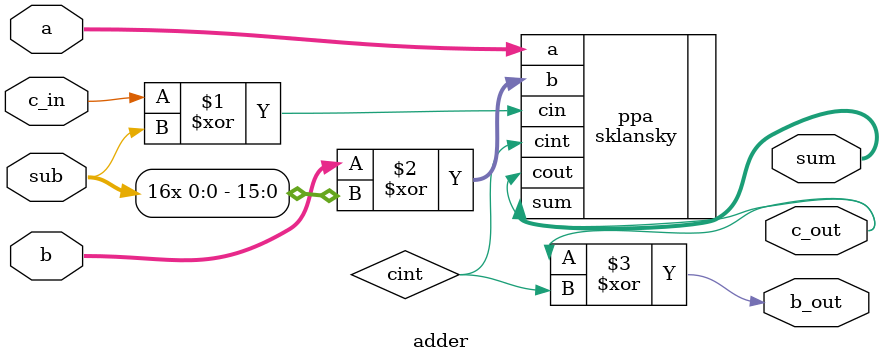
<source format=sv>
module adder(
    input wire c_in,
    input wire sub,
    input wire [15:0] a,
    input wire [15:0] b,
    output logic c_out,
    output logic b_out,
    output logic [15:0] sum
);

wire cint;

sklansky ppa(
    .cin(c_in ^ sub),
    .a(a),
    .b(b ^ {16{sub}}),
    .cout(c_out),
    .cint(cint),
    .sum(sum)
);

assign b_out = c_out ^ cint;

endmodule

</source>
